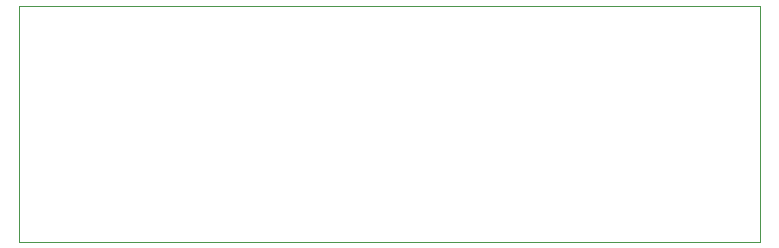
<source format=gbr>
G04 #@! TF.GenerationSoftware,KiCad,Pcbnew,(5.1.2)-2*
G04 #@! TF.CreationDate,2019-07-31T11:15:24+03:00*
G04 #@! TF.ProjectId,Sensor board,53656e73-6f72-4206-926f-6172642e6b69,rev?*
G04 #@! TF.SameCoordinates,Original*
G04 #@! TF.FileFunction,Profile,NP*
%FSLAX46Y46*%
G04 Gerber Fmt 4.6, Leading zero omitted, Abs format (unit mm)*
G04 Created by KiCad (PCBNEW (5.1.2)-2) date 2019-07-31 11:15:24*
%MOMM*%
%LPD*%
G04 APERTURE LIST*
%ADD10C,0.050000*%
G04 APERTURE END LIST*
D10*
X44000000Y-38500000D02*
X44000000Y-18500000D01*
X106750000Y-38500000D02*
X44000000Y-38500000D01*
X106750000Y-18500000D02*
X106750000Y-38500000D01*
X44000000Y-18500000D02*
X106750000Y-18500000D01*
M02*

</source>
